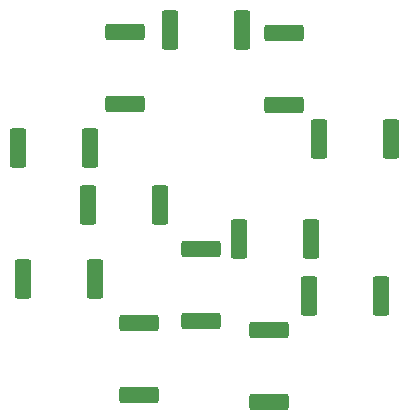
<source format=gbp>
G04 #@! TF.GenerationSoftware,KiCad,Pcbnew,(6.0.7)*
G04 #@! TF.CreationDate,2023-04-22T02:00:50-05:00*
G04 #@! TF.ProjectId,LED_BoardRev2,4c45445f-426f-4617-9264-526576322e6b,rev?*
G04 #@! TF.SameCoordinates,Original*
G04 #@! TF.FileFunction,Paste,Bot*
G04 #@! TF.FilePolarity,Positive*
%FSLAX46Y46*%
G04 Gerber Fmt 4.6, Leading zero omitted, Abs format (unit mm)*
G04 Created by KiCad (PCBNEW (6.0.7)) date 2023-04-22 02:00:50*
%MOMM*%
%LPD*%
G01*
G04 APERTURE LIST*
G04 Aperture macros list*
%AMRoundRect*
0 Rectangle with rounded corners*
0 $1 Rounding radius*
0 $2 $3 $4 $5 $6 $7 $8 $9 X,Y pos of 4 corners*
0 Add a 4 corners polygon primitive as box body*
4,1,4,$2,$3,$4,$5,$6,$7,$8,$9,$2,$3,0*
0 Add four circle primitives for the rounded corners*
1,1,$1+$1,$2,$3*
1,1,$1+$1,$4,$5*
1,1,$1+$1,$6,$7*
1,1,$1+$1,$8,$9*
0 Add four rect primitives between the rounded corners*
20,1,$1+$1,$2,$3,$4,$5,0*
20,1,$1+$1,$4,$5,$6,$7,0*
20,1,$1+$1,$6,$7,$8,$9,0*
20,1,$1+$1,$8,$9,$2,$3,0*%
G04 Aperture macros list end*
%ADD10RoundRect,0.249999X-1.425001X0.450001X-1.425001X-0.450001X1.425001X-0.450001X1.425001X0.450001X0*%
%ADD11RoundRect,0.249999X0.450001X1.425001X-0.450001X1.425001X-0.450001X-1.425001X0.450001X-1.425001X0*%
%ADD12RoundRect,0.249999X-0.450001X-1.425001X0.450001X-1.425001X0.450001X1.425001X-0.450001X1.425001X0*%
%ADD13RoundRect,0.249999X1.425001X-0.450001X1.425001X0.450001X-1.425001X0.450001X-1.425001X-0.450001X0*%
G04 APERTURE END LIST*
D10*
X142646400Y-119174800D03*
X142646400Y-125274800D03*
D11*
X127459200Y-103835200D03*
X121359200Y-103835200D03*
D12*
X121765600Y-114858800D03*
X127865600Y-114858800D03*
D13*
X131622800Y-124716000D03*
X131622800Y-118616000D03*
D10*
X130454400Y-93978000D03*
X130454400Y-100078000D03*
X136855200Y-112316800D03*
X136855200Y-118416800D03*
D11*
X152960800Y-103022400D03*
X146860800Y-103022400D03*
X146153600Y-111506000D03*
X140053600Y-111506000D03*
X140311600Y-93776800D03*
X134211600Y-93776800D03*
X152097200Y-116332000D03*
X145997200Y-116332000D03*
D10*
X143865600Y-94079600D03*
X143865600Y-100179600D03*
D11*
X133352000Y-108610400D03*
X127252000Y-108610400D03*
M02*

</source>
